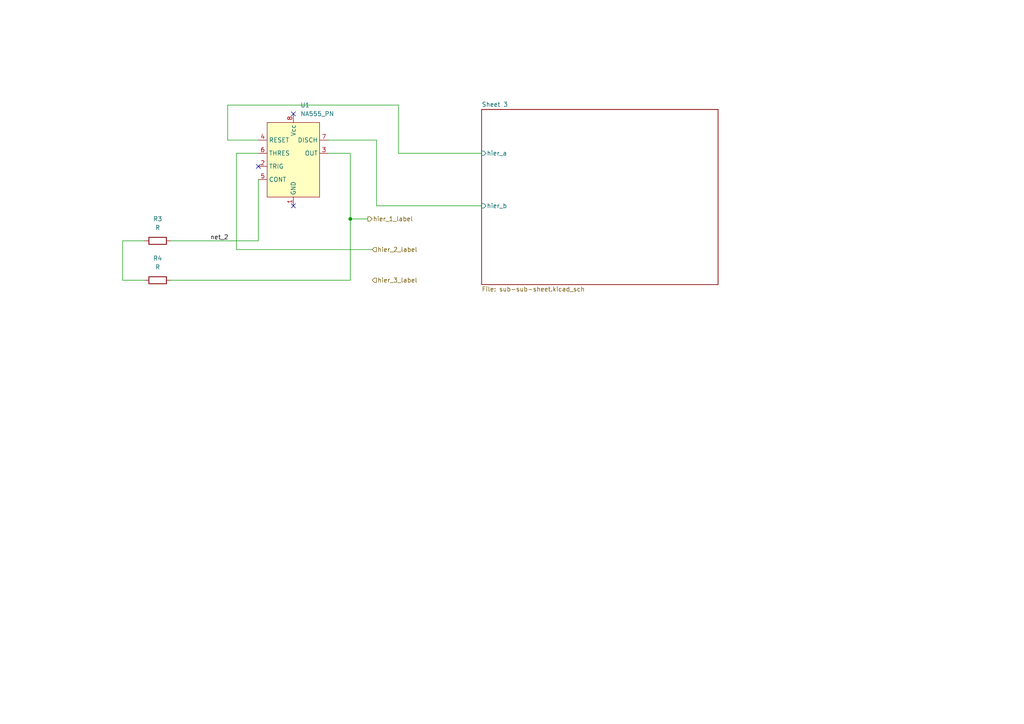
<source format=kicad_sch>
(kicad_sch (version 20211123) (generator eeschema)
  (paper "A4")
  (lib_symbols
    (symbol "Device:R" (pin_numbers hide) (pin_names (offset 0))
      (property "Reference" "R" (at 2.032 0 90))
      (property "Value" "R" (at 0 0 90))
      (symbol "R_0_1"
        (rectangle (start -1.016 -2.54) (end 1.016 2.54) (stroke (width 0.254)))
      )
      (symbol "R_1_1"
        (pin passive line (at 0 3.81 270) (length 1.27) (name "~") (number "1"))
        (pin passive line (at 0 -3.81 90) (length 1.27) (name "~") (number "2"))
      )
    )
    (symbol "Peters_Library:NA555_PN"
      (property "Reference" "U" (at 7.62 7.62 0))
      (property "Value" "NA555_PN" (at -6.35 1.27 0))
      (symbol "NA555_PN_0_1"
        (rectangle (start -6.35 -2.54) (end 8.89 -24.13) (stroke (width 0.1524)) (fill (type background)))
      )
      (symbol "NA555_PN_1_1"
        (pin power_in line (at 1.27 -26.67 90) (length 2.54) (name "GND") (number "1"))
        (pin input line (at -8.89 -15.24 0) (length 2.54) (name "TRIG") (number "2"))
        (pin output line (at 11.43 -11.43 180) (length 2.54) (name "OUT") (number "3"))
        (pin input line (at -8.89 -7.62 0) (length 2.54) (name "RESET") (number "4"))
        (pin bidirectional line (at -8.89 -19.05 0) (length 2.54) (name "CONT") (number "5"))
        (pin input line (at -8.89 -11.43 0) (length 2.54) (name "THRES") (number "6"))
        (pin output line (at 11.43 -7.62 180) (length 2.54) (name "DISCH") (number "7"))
        (pin power_in line (at 1.27 0 270) (length 2.54) (name "Vcc") (number "8"))
      )
    )
  )
  (junction (at 101.6 63.5))
  (no_connect (at 85.09 59.69))
  (no_connect (at 85.09 33.02))
  (no_connect (at 74.93 48.26))
  (wire (pts (xy 74.93 44.45) (xy 68.58 44.45)))
  (wire (pts (xy 109.22 59.69) (xy 109.22 40.64)))
  (wire (pts (xy 66.04 40.64) (xy 74.93 40.64)))
  (wire (pts (xy 74.93 69.85) (xy 49.53 69.85)))
  (wire (pts (xy 139.7 59.69) (xy 109.22 59.69)))
  (wire (pts (xy 41.91 69.85) (xy 35.56 69.85)))
  (wire (pts (xy 109.22 40.64) (xy 95.25 40.64)))
  (wire (pts (xy 115.57 30.48) (xy 66.04 30.48)))
  (wire (pts (xy 66.04 30.48) (xy 66.04 40.64)))
  (wire (pts (xy 101.6 44.45) (xy 101.6 63.5)))
  (wire (pts (xy 68.58 44.45) (xy 68.58 72.39)))
  (wire (pts (xy 139.7 44.45) (xy 115.57 44.45)))
  (wire (pts (xy 115.57 44.45) (xy 115.57 30.48)))
  (wire (pts (xy 49.53 81.28) (xy 101.6 81.28)))
  (wire (pts (xy 101.6 44.45) (xy 95.25 44.45)))
  (wire (pts (xy 101.6 63.5) (xy 101.6 81.28)))
  (wire (pts (xy 35.56 69.85) (xy 35.56 81.28)))
  (wire (pts (xy 68.58 72.39) (xy 107.95 72.39)))
  (wire (pts (xy 35.56 81.28) (xy 41.91 81.28)))
  (wire (pts (xy 101.6 63.5) (xy 106.68 63.5)))
  (wire (pts (xy 74.93 52.07) (xy 74.93 69.85)))
  (label "net_2" (at 60.96 69.85 0))
  (hierarchical_label "hier_2_label" (shape input) (at 107.95 72.39 0))
  (hierarchical_label "hier_1_label" (shape output) (at 106.68 63.5 0))
  (hierarchical_label "hier_3_label" (shape input) (at 107.95 81.28 0))
  (symbol (lib_id "Device:R") (at 45.72 69.85 90) (unit 1)
    (property "Reference" "R3" (at 45.72 63.5 90))
    (property "Value" "R" (at 45.72 66.04 90))
    (property "Footprint" "Resistor_THT:R_Axial_DIN0207_L6.3mm_D2.5mm_P7.62mm_Horizontal" (effects hide))
  )
  (symbol (lib_id "Peters_Library:NA555_PN") (at 83.82 33.02 0) (unit 1)
    (property "Reference" "U1" (at 87.1094 30.48 0) (effects (justify left)))
    (property "Value" "NA555_PN" (at 87.1094 33.02 0) (effects (justify left)))
    (property "Footprint" "Package_DIP:DIP-8_W7.62mm" (effects hide))
    (property "Datasheet" "https://www.ti.com/lit/ds/symlink/ne555.pdf" (effects hide))
  )
  (symbol (lib_id "Device:R") (at 45.72 81.28 90) (unit 1)
    (property "Reference" "R4" (at 45.72 74.93 90))
    (property "Value" "R" (at 45.72 77.47 90))
    (property "Footprint" "Resistor_SMD:R_0603_1608Metric_Pad0.98x0.95mm_HandSolder" (effects hide))
  )
  (sheet (at 139.7 31.75) (size 68.58 50.8) (stroke (width 0.1524))
    (property "Sheet name" "Sheet 3" (at 139.7 31.0384 0) (effects (justify left bottom)))
    (property "Sheet file" "sub-sub-sheet.kicad_sch" (at 139.7 83.1346 0) (effects (justify left top)))
    (pin "hier_a" input (at 139.7 44.45 180))
    (pin "hier_b" input (at 139.7 59.69 180))
  )
)
</source>
